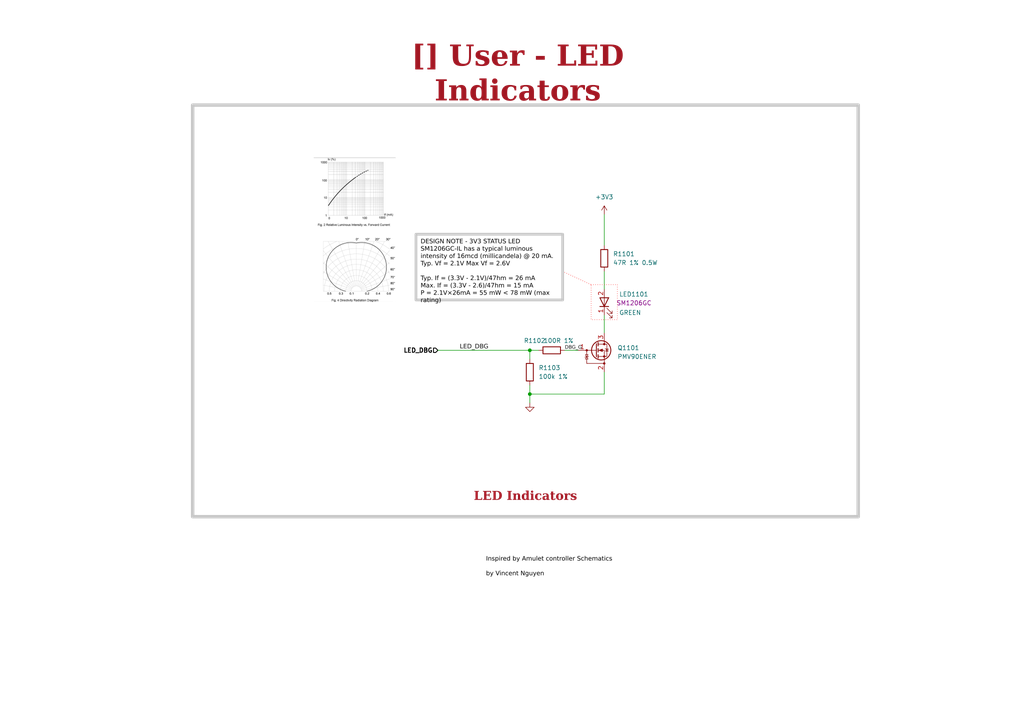
<source format=kicad_sch>
(kicad_sch (version 20231120) (generator "eeschema") (generator_version "8.0")
  (paper "A4")
  (title_block (title "User - LED Indicators") (date "Last Modified Date") (rev "${REVISION}") (company "${COMPANY}"))
  (lib_symbols
    (symbol "0_transistor_fet:PMV90ENER" (pin_names hide)
      (property "Reference" "Q" (at 5.08 1.905 0))
      (property "Value" "PMV90ENER" (at 5.08 0 0))
      (symbol "PMV90ENER_0_1"
        (circle (center -2.54 0) (radius 0.254) (fill (type outline)))
        (polyline (pts (xy -2.54 -3.81) (xy -2.54 -2.54)))
        (polyline (pts (xy -2.54 -3.81) (xy 2.54 -3.81)))
        (polyline (pts (xy -2.54 0) (xy -2.54 -1.27)))
        (polyline (pts (xy 0.254 0) (xy -2.54 0)))
        (polyline (pts (xy 0.254 1.905) (xy 0.254 -1.905)) (stroke (width 0.254)))
        (polyline (pts (xy 0.762 -1.27) (xy 0.762 -2.286)) (stroke (width 0.254)))
        (polyline (pts (xy 0.762 0.508) (xy 0.762 -0.508)) (stroke (width 0.254)))
        (polyline (pts (xy 0.762 2.286) (xy 0.762 1.27)) (stroke (width 0.254)))
        (polyline (pts (xy 2.54 2.54) (xy 2.54 1.778)))
        (polyline (pts (xy 2.54 -3.81) (xy 2.54 0) (xy 0.762 0)))
        (polyline (pts (xy -2.54 -1.905) (xy -2.921 -1.27) (xy -2.159 -1.27) (xy -2.54 -1.905)))
        (polyline (pts (xy -2.54 -1.905) (xy -2.159 -2.54) (xy -2.921 -2.54) (xy -2.54 -1.905)))
        (polyline (pts (xy -2.032 -1.778) (xy -2.159 -1.905) (xy -2.921 -1.905) (xy -3.048 -2.032)))
        (polyline (pts (xy 0.762 -1.778) (xy 3.302 -1.778) (xy 3.302 1.778) (xy 0.762 1.778)))
        (polyline (pts (xy 1.016 0) (xy 2.032 0.381) (xy 2.032 -0.381) (xy 1.016 0)) (fill (type outline)))
        (polyline (pts (xy 2.794 0.508) (xy 2.921 0.381) (xy 3.683 0.381) (xy 3.81 0.254)))
        (polyline (pts (xy 3.302 0.381) (xy 2.921 -0.254) (xy 3.683 -0.254) (xy 3.302 0.381)))
        (circle (center 1.651 0) (radius 2.794) (stroke (width 0.254)))
        (circle (center 2.54 -3.81) (radius 0.254) (fill (type outline)))
        (circle (center 2.54 -1.778) (radius 0.254) (fill (type outline)))
        (circle (center 2.54 1.778) (radius 0.254) (fill (type outline)))
      )
      (symbol "PMV90ENER_1_1"
        (pin input line (at -5.08 0 0) (length 2.54) (name "G") (number "1"))
        (pin passive line (at 2.54 -6.35 90) (length 2.54) (name "S") (number "2"))
        (pin passive line (at 2.54 5.08 270) (length 2.54) (name "D") (number "3"))
      )
    )
    (symbol "Charge_Manager_SYM:SM1206GC" (pin_names hide)
      (property "Reference" "LED1101" (at -0.254 6.604 0))
      (property "Value" "SM1206GC" (at -0.254 4.064 0))
      (symbol "SM1206GC_0_1"
        (polyline (pts (xy -1.27 -1.27) (xy -1.27 1.27)) (stroke (width 0.254)))
        (polyline (pts (xy -1.27 0) (xy 1.27 0)))
        (polyline (pts (xy 1.27 -1.27) (xy 1.27 1.27) (xy -1.27 0) (xy 1.27 -1.27)) (stroke (width 0.254)))
        (polyline (pts (xy -3.048 -0.762) (xy -4.572 -2.286) (xy -3.81 -2.286) (xy -4.572 -2.286) (xy -4.572 -1.524)))
        (polyline (pts (xy -1.778 -0.762) (xy -3.302 -2.286) (xy -2.54 -2.286) (xy -3.302 -2.286) (xy -3.302 -1.524)))
      )
      (symbol "SM1206GC_1_1"
        (pin passive line (at -3.81 0 0) (length 2.54) (name "K") (number "1"))
        (pin passive line (at 3.81 0 180) (length 2.54) (name "A") (number "2"))
      )
    )
    (symbol "Device:R" (pin_numbers hide) (pin_names (offset 0))
      (property "Reference" "R" (at 2.032 0 90))
      (property "Value" "R" (at 0 0 90))
      (symbol "R_0_1"
        (rectangle (start -1.016 -2.54) (end 1.016 2.54) (stroke (width 0.254)))
      )
      (symbol "R_1_1"
        (pin passive line (at 0 3.81 270) (length 1.27) (name "~") (number "1"))
        (pin passive line (at 0 -3.81 90) (length 1.27) (name "~") (number "2"))
      )
    )
    (symbol "power:+5V" (power) (pin_names (offset 0))
      (property "Value" "+5V" (at 0 3.556 0))
      (symbol "+5V_0_1"
        (polyline (pts (xy -0.762 1.27) (xy 0 2.54)))
        (polyline (pts (xy 0 0) (xy 0 2.54)))
        (polyline (pts (xy 0 2.54) (xy 0.762 1.27)))
      )
      (symbol "+5V_1_1"
        (pin power_in line (at 0 0 90) (length 0) hide (name "+5V") (number "1"))
      )
    )
    (symbol "power:GND" (power) (pin_names (offset 0))
      (property "Value" "GND" (at 0 -3.81 0))
      (symbol "GND_0_1"
        (polyline (pts (xy 0 0) (xy 0 -1.27) (xy 1.27 -1.27) (xy 0 -2.54) (xy -1.27 -1.27) (xy 0 -1.27)))
      )
      (symbol "GND_1_1"
        (pin power_in line (at 0 0 270) (length 0) hide (name "GND") (number "1"))
      )
    )
  )
  (junction (at 153.67 114.3))
  (junction (at 153.67 101.6))
  (wire (pts (xy 163.83 101.6) (xy 167.64 101.6)))
  (polyline (pts (xy 163.195 78.74) (xy 171.45 82.55)) (stroke (width 0) (type dot) (color 255 0 0 1)))
  (wire (pts (xy 153.67 114.3) (xy 175.26 114.3)))
  (wire (pts (xy 127 101.6) (xy 153.67 101.6)))
  (wire (pts (xy 175.26 114.3) (xy 175.26 107.95)))
  (wire (pts (xy 153.67 116.84) (xy 153.67 114.3)))
  (wire (pts (xy 153.67 101.6) (xy 153.67 104.14)))
  (wire (pts (xy 156.21 101.6) (xy 153.67 101.6)))
  (wire (pts (xy 175.26 62.23) (xy 175.26 71.12)))
  (wire (pts (xy 175.26 78.74) (xy 175.26 83.82)))
  (wire (pts (xy 175.26 91.44) (xy 175.26 96.52)))
  (wire (pts (xy 153.67 111.76) (xy 153.67 114.3)))
  (rectangle (start 55.88 30.48) (end 248.92 149.86) (stroke (width 1) (color 200 200 200 1)))
  (rectangle (start 171.45 82.55) (end 179.07 92.71) (stroke (width 0) (type dot) (color 255 0 0 1)))
  (image (at 102.87 66.675) (scale 0.135255))
  (text_box "DESIGN NOTE - 3V3 STATUS LED\nSM1206GC-IL has a typical luminous \nintensity of 16mcd (millicandela) @ 20 mA.\nTyp. Vf = 2.1V Max Vf = 2.6V\n\nTyp. If = (3.3V - 2.1V)/47hm = 26 mA\nMax. If = (3.3V - 2.6)/47hm = 15 mA\nP = 2.1V×26mA = 55 mW < 78 mW (max rating)" (at 120.65 67.945 0) (size 42.545 19.05) (stroke (width 0.8) (color 200 200 200 1)) (effects (font (size 1.27 1.27)) (justify left top)))
  (text_box "[${#}] ${TITLE}" (at 96.52 15.24 0) (size 107.315 12.7) (stroke (width -0.0001)) (effects (font (size 6 6) (thickness 1.2) (bold yes))))
  (text_box "LED Indicators" (at 57.15 139.7 0) (size 190.5 7.62) (stroke (width -0.0001)) (effects (font (size 2.54 2.54) (thickness 0.508) (bold yes)) (justify bottom)))
  (text "Inspired by Amulet controller Schematics\n\nby Vincent Nguyen" (at 140.97 167.64 0) (effects (font (size 1.27 1.27)) (justify left bottom)))
  (label "LED_DBG" (at 133.35 101.6 0))
  (label "DBG_G" (at 163.83 101.6 0) (effects (font (size 1.016 1.016))))
  (hierarchical_label "LED_DBG" (shape input) (at 127 101.6 180) (effects (font (bold yes))))
  (symbol (lib_id "0_transistor_fet:PMV90ENER") (at 172.72 101.6 0) (unit 1)
    (property "Reference" "Q1101" (at 179.07 100.9015 0) (effects (justify left)))
    (property "Value" "PMV90ENER" (at 179.07 103.4415 0) (effects (justify left)))
    (property "Footprint" "0_package_SOT_TO_SMD:SOT-23-3" (effects (hide yes)))
    (property "Datasheet" "https://assets.nexperia.com/documents/data-sheet/PMV90ENE.pdf" (effects (hide yes)))
    (property "Description" "N-Channel 30 V 3A (Ta) 460mW (Ta) Surface Mount TO-236AB" (effects (hide yes)))
    (property "Manufacturer Part Number" "PMV90ENER" (effects (hide yes)))
    (property "Manufacturer" "Nexperia USA Inc." (effects (hide yes)))
    (property "Supplier Part Number" "771-PMV90ENER" (effects (hide yes)))
    (property "Supplier" "Mouser Electronics" (effects (hide yes)))
  )
  (symbol (lib_id "Device:R") (at 160.02 101.6 270) (unit 1)
    (property "Reference" "R1102" (at 158.242 98.806 90) (effects (justify right)))
    (property "Value" "100R 1%" (at 166.37 98.806 90) (effects (justify right)))
    (property "Description" "Resistor" (effects (hide yes)))
  )
  (symbol (lib_id "power:+5V") (at 175.26 62.23 0) (unit 1)
    (property "Reference" "#PWR01101" (effects (hide yes)))
    (property "Value" "+3V3" (at 175.26 57.15 0))
  )
  (symbol (lib_id "Device:R") (at 175.26 74.93 0) (unit 1)
    (property "Reference" "R1101" (at 177.8 73.66 0) (effects (justify left)))
    (property "Value" "47R 1% 0.5W" (at 177.8 76.2 0) (effects (justify left)))
    (property "Description" "Resistor" (effects (hide yes)))
  )
  (symbol (lib_id "power:GND") (at 153.67 116.84 0) (unit 1)
    (property "Reference" "#PWR01102" (effects (hide yes)))
    (property "Value" "GND" (effects (hide yes)))
  )
  (symbol (lib_id "Device:R") (at 153.67 107.95 0) (unit 1)
    (property "Reference" "R1103" (at 156.21 106.68 0) (effects (justify left)))
    (property "Value" "100k 1%" (at 156.21 109.22 0) (effects (justify left)))
    (property "Description" "Resistor" (effects (hide yes)))
  )
  (symbol (lib_id "Charge_Manager_SYM:SM1206GC") (at 175.26 87.63 90) (unit 1)
    (property "Reference" "LED1101" (at 179.578 85.344 90) (effects (justify right)))
    (property "Value" "GREEN" (at 179.578 90.678 90) (effects (justify right)))
    (property "Footprint" "LEDC1608X60N" (effects (hide yes)))
    (property "Datasheet" "https://componentsearchengine.com/Datasheets/1/SM1206GC.pdf" (effects (hide yes)))
    (property "Description" "Bivar 565 nm Green High-Power LED, 3216 (1206) SMD package" (effects (hide yes)))
    (property "Manufacturer Part Number" "SM1206GC" (at 183.896 87.884 90))
    (property "Manufacturer" "Bivar" (effects (hide yes)))
    (property "Supplier Part Number" "749-SM1206GC" (effects (hide yes)))
    (property "Supplier" "Mouser Electronics" (effects (hide yes)))
  )
)
</source>
